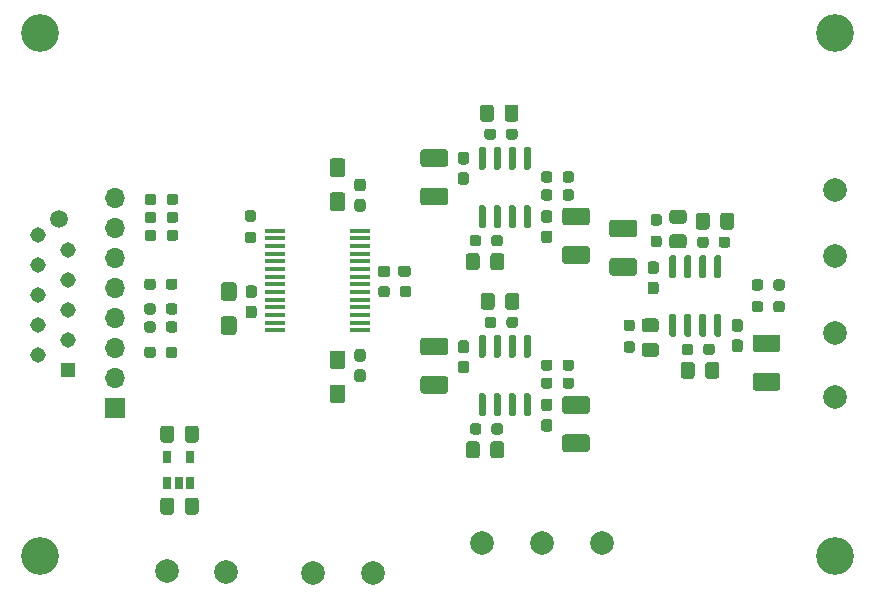
<source format=gbr>
G04 #@! TF.GenerationSoftware,KiCad,Pcbnew,(5.1.10-1-10_14)*
G04 #@! TF.CreationDate,2021-06-07T16:19:42+02:00*
G04 #@! TF.ProjectId,dac-pcm1792a,6461632d-7063-46d3-9137-3932612e6b69,rev?*
G04 #@! TF.SameCoordinates,Original*
G04 #@! TF.FileFunction,Soldermask,Top*
G04 #@! TF.FilePolarity,Negative*
%FSLAX46Y46*%
G04 Gerber Fmt 4.6, Leading zero omitted, Abs format (unit mm)*
G04 Created by KiCad (PCBNEW (5.1.10-1-10_14)) date 2021-06-07 16:19:42*
%MOMM*%
%LPD*%
G01*
G04 APERTURE LIST*
%ADD10C,2.000000*%
%ADD11R,1.750000X0.450000*%
%ADD12O,1.700000X1.700000*%
%ADD13R,1.700000X1.700000*%
%ADD14R,1.308000X1.308000*%
%ADD15C,1.308000*%
%ADD16C,1.500000*%
%ADD17R,0.650000X1.060000*%
%ADD18C,3.200000*%
G04 APERTURE END LIST*
G36*
G01*
X174287000Y-87138500D02*
X174287000Y-87613500D01*
G75*
G02*
X174049500Y-87851000I-237500J0D01*
G01*
X173549500Y-87851000D01*
G75*
G02*
X173312000Y-87613500I0J237500D01*
G01*
X173312000Y-87138500D01*
G75*
G02*
X173549500Y-86901000I237500J0D01*
G01*
X174049500Y-86901000D01*
G75*
G02*
X174287000Y-87138500I0J-237500D01*
G01*
G37*
G36*
G01*
X176112000Y-87138500D02*
X176112000Y-87613500D01*
G75*
G02*
X175874500Y-87851000I-237500J0D01*
G01*
X175374500Y-87851000D01*
G75*
G02*
X175137000Y-87613500I0J237500D01*
G01*
X175137000Y-87138500D01*
G75*
G02*
X175374500Y-86901000I237500J0D01*
G01*
X175874500Y-86901000D01*
G75*
G02*
X176112000Y-87138500I0J-237500D01*
G01*
G37*
G36*
G01*
X174287000Y-88980000D02*
X174287000Y-89455000D01*
G75*
G02*
X174049500Y-89692500I-237500J0D01*
G01*
X173549500Y-89692500D01*
G75*
G02*
X173312000Y-89455000I0J237500D01*
G01*
X173312000Y-88980000D01*
G75*
G02*
X173549500Y-88742500I237500J0D01*
G01*
X174049500Y-88742500D01*
G75*
G02*
X174287000Y-88980000I0J-237500D01*
G01*
G37*
G36*
G01*
X176112000Y-88980000D02*
X176112000Y-89455000D01*
G75*
G02*
X175874500Y-89692500I-237500J0D01*
G01*
X175374500Y-89692500D01*
G75*
G02*
X175137000Y-89455000I0J237500D01*
G01*
X175137000Y-88980000D01*
G75*
G02*
X175374500Y-88742500I237500J0D01*
G01*
X175874500Y-88742500D01*
G75*
G02*
X176112000Y-88980000I0J-237500D01*
G01*
G37*
G36*
G01*
X170518000Y-83994000D02*
X170518000Y-83519000D01*
G75*
G02*
X170755500Y-83281500I237500J0D01*
G01*
X171255500Y-83281500D01*
G75*
G02*
X171493000Y-83519000I0J-237500D01*
G01*
X171493000Y-83994000D01*
G75*
G02*
X171255500Y-84231500I-237500J0D01*
G01*
X170755500Y-84231500D01*
G75*
G02*
X170518000Y-83994000I0J237500D01*
G01*
G37*
G36*
G01*
X168693000Y-83994000D02*
X168693000Y-83519000D01*
G75*
G02*
X168930500Y-83281500I237500J0D01*
G01*
X169430500Y-83281500D01*
G75*
G02*
X169668000Y-83519000I0J-237500D01*
G01*
X169668000Y-83994000D01*
G75*
G02*
X169430500Y-84231500I-237500J0D01*
G01*
X168930500Y-84231500D01*
G75*
G02*
X168693000Y-83994000I0J237500D01*
G01*
G37*
G36*
G01*
X164989500Y-83205500D02*
X165464500Y-83205500D01*
G75*
G02*
X165702000Y-83443000I0J-237500D01*
G01*
X165702000Y-83943000D01*
G75*
G02*
X165464500Y-84180500I-237500J0D01*
G01*
X164989500Y-84180500D01*
G75*
G02*
X164752000Y-83943000I0J237500D01*
G01*
X164752000Y-83443000D01*
G75*
G02*
X164989500Y-83205500I237500J0D01*
G01*
G37*
G36*
G01*
X164989500Y-81380500D02*
X165464500Y-81380500D01*
G75*
G02*
X165702000Y-81618000I0J-237500D01*
G01*
X165702000Y-82118000D01*
G75*
G02*
X165464500Y-82355500I-237500J0D01*
G01*
X164989500Y-82355500D01*
G75*
G02*
X164752000Y-82118000I0J237500D01*
G01*
X164752000Y-81618000D01*
G75*
G02*
X164989500Y-81380500I237500J0D01*
G01*
G37*
G36*
G01*
X169208000Y-93074500D02*
X169208000Y-92599500D01*
G75*
G02*
X169445500Y-92362000I237500J0D01*
G01*
X169945500Y-92362000D01*
G75*
G02*
X170183000Y-92599500I0J-237500D01*
G01*
X170183000Y-93074500D01*
G75*
G02*
X169945500Y-93312000I-237500J0D01*
G01*
X169445500Y-93312000D01*
G75*
G02*
X169208000Y-93074500I0J237500D01*
G01*
G37*
G36*
G01*
X167383000Y-93074500D02*
X167383000Y-92599500D01*
G75*
G02*
X167620500Y-92362000I237500J0D01*
G01*
X168120500Y-92362000D01*
G75*
G02*
X168358000Y-92599500I0J-237500D01*
G01*
X168358000Y-93074500D01*
G75*
G02*
X168120500Y-93312000I-237500J0D01*
G01*
X167620500Y-93312000D01*
G75*
G02*
X167383000Y-93074500I0J237500D01*
G01*
G37*
G36*
G01*
X163178500Y-91292500D02*
X162703500Y-91292500D01*
G75*
G02*
X162466000Y-91055000I0J237500D01*
G01*
X162466000Y-90555000D01*
G75*
G02*
X162703500Y-90317500I237500J0D01*
G01*
X163178500Y-90317500D01*
G75*
G02*
X163416000Y-90555000I0J-237500D01*
G01*
X163416000Y-91055000D01*
G75*
G02*
X163178500Y-91292500I-237500J0D01*
G01*
G37*
G36*
G01*
X163178500Y-93117500D02*
X162703500Y-93117500D01*
G75*
G02*
X162466000Y-92880000I0J237500D01*
G01*
X162466000Y-92380000D01*
G75*
G02*
X162703500Y-92142500I237500J0D01*
G01*
X163178500Y-92142500D01*
G75*
G02*
X163416000Y-92380000I0J-237500D01*
G01*
X163416000Y-92880000D01*
G75*
G02*
X163178500Y-93117500I-237500J0D01*
G01*
G37*
G36*
G01*
X156443500Y-79518500D02*
X156443500Y-79993500D01*
G75*
G02*
X156206000Y-80231000I-237500J0D01*
G01*
X155706000Y-80231000D01*
G75*
G02*
X155468500Y-79993500I0J237500D01*
G01*
X155468500Y-79518500D01*
G75*
G02*
X155706000Y-79281000I237500J0D01*
G01*
X156206000Y-79281000D01*
G75*
G02*
X156443500Y-79518500I0J-237500D01*
G01*
G37*
G36*
G01*
X158268500Y-79518500D02*
X158268500Y-79993500D01*
G75*
G02*
X158031000Y-80231000I-237500J0D01*
G01*
X157531000Y-80231000D01*
G75*
G02*
X157293500Y-79993500I0J237500D01*
G01*
X157293500Y-79518500D01*
G75*
G02*
X157531000Y-79281000I237500J0D01*
G01*
X158031000Y-79281000D01*
G75*
G02*
X158268500Y-79518500I0J-237500D01*
G01*
G37*
G36*
G01*
X156443500Y-77994500D02*
X156443500Y-78469500D01*
G75*
G02*
X156206000Y-78707000I-237500J0D01*
G01*
X155706000Y-78707000D01*
G75*
G02*
X155468500Y-78469500I0J237500D01*
G01*
X155468500Y-77994500D01*
G75*
G02*
X155706000Y-77757000I237500J0D01*
G01*
X156206000Y-77757000D01*
G75*
G02*
X156443500Y-77994500I0J-237500D01*
G01*
G37*
G36*
G01*
X158268500Y-77994500D02*
X158268500Y-78469500D01*
G75*
G02*
X158031000Y-78707000I-237500J0D01*
G01*
X157531000Y-78707000D01*
G75*
G02*
X157293500Y-78469500I0J237500D01*
G01*
X157293500Y-77994500D01*
G75*
G02*
X157531000Y-77757000I237500J0D01*
G01*
X158031000Y-77757000D01*
G75*
G02*
X158268500Y-77994500I0J-237500D01*
G01*
G37*
G36*
G01*
X156443500Y-95457000D02*
X156443500Y-95932000D01*
G75*
G02*
X156206000Y-96169500I-237500J0D01*
G01*
X155706000Y-96169500D01*
G75*
G02*
X155468500Y-95932000I0J237500D01*
G01*
X155468500Y-95457000D01*
G75*
G02*
X155706000Y-95219500I237500J0D01*
G01*
X156206000Y-95219500D01*
G75*
G02*
X156443500Y-95457000I0J-237500D01*
G01*
G37*
G36*
G01*
X158268500Y-95457000D02*
X158268500Y-95932000D01*
G75*
G02*
X158031000Y-96169500I-237500J0D01*
G01*
X157531000Y-96169500D01*
G75*
G02*
X157293500Y-95932000I0J237500D01*
G01*
X157293500Y-95457000D01*
G75*
G02*
X157531000Y-95219500I237500J0D01*
G01*
X158031000Y-95219500D01*
G75*
G02*
X158268500Y-95457000I0J-237500D01*
G01*
G37*
G36*
G01*
X156443500Y-93933000D02*
X156443500Y-94408000D01*
G75*
G02*
X156206000Y-94645500I-237500J0D01*
G01*
X155706000Y-94645500D01*
G75*
G02*
X155468500Y-94408000I0J237500D01*
G01*
X155468500Y-93933000D01*
G75*
G02*
X155706000Y-93695500I237500J0D01*
G01*
X156206000Y-93695500D01*
G75*
G02*
X156443500Y-93933000I0J-237500D01*
G01*
G37*
G36*
G01*
X158268500Y-93933000D02*
X158268500Y-94408000D01*
G75*
G02*
X158031000Y-94645500I-237500J0D01*
G01*
X157531000Y-94645500D01*
G75*
G02*
X157293500Y-94408000I0J237500D01*
G01*
X157293500Y-93933000D01*
G75*
G02*
X157531000Y-93695500I237500J0D01*
G01*
X158031000Y-93695500D01*
G75*
G02*
X158268500Y-93933000I0J-237500D01*
G01*
G37*
G36*
G01*
X151261000Y-83867000D02*
X151261000Y-83392000D01*
G75*
G02*
X151498500Y-83154500I237500J0D01*
G01*
X151998500Y-83154500D01*
G75*
G02*
X152236000Y-83392000I0J-237500D01*
G01*
X152236000Y-83867000D01*
G75*
G02*
X151998500Y-84104500I-237500J0D01*
G01*
X151498500Y-84104500D01*
G75*
G02*
X151261000Y-83867000I0J237500D01*
G01*
G37*
G36*
G01*
X149436000Y-83867000D02*
X149436000Y-83392000D01*
G75*
G02*
X149673500Y-83154500I237500J0D01*
G01*
X150173500Y-83154500D01*
G75*
G02*
X150411000Y-83392000I0J-237500D01*
G01*
X150411000Y-83867000D01*
G75*
G02*
X150173500Y-84104500I-237500J0D01*
G01*
X149673500Y-84104500D01*
G75*
G02*
X149436000Y-83867000I0J237500D01*
G01*
G37*
G36*
G01*
X152507500Y-74850000D02*
X152507500Y-74375000D01*
G75*
G02*
X152745000Y-74137500I237500J0D01*
G01*
X153245000Y-74137500D01*
G75*
G02*
X153482500Y-74375000I0J-237500D01*
G01*
X153482500Y-74850000D01*
G75*
G02*
X153245000Y-75087500I-237500J0D01*
G01*
X152745000Y-75087500D01*
G75*
G02*
X152507500Y-74850000I0J237500D01*
G01*
G37*
G36*
G01*
X150682500Y-74850000D02*
X150682500Y-74375000D01*
G75*
G02*
X150920000Y-74137500I237500J0D01*
G01*
X151420000Y-74137500D01*
G75*
G02*
X151657500Y-74375000I0J-237500D01*
G01*
X151657500Y-74850000D01*
G75*
G02*
X151420000Y-75087500I-237500J0D01*
G01*
X150920000Y-75087500D01*
G75*
G02*
X150682500Y-74850000I0J237500D01*
G01*
G37*
G36*
G01*
X151277500Y-99805500D02*
X151277500Y-99330500D01*
G75*
G02*
X151515000Y-99093000I237500J0D01*
G01*
X152015000Y-99093000D01*
G75*
G02*
X152252500Y-99330500I0J-237500D01*
G01*
X152252500Y-99805500D01*
G75*
G02*
X152015000Y-100043000I-237500J0D01*
G01*
X151515000Y-100043000D01*
G75*
G02*
X151277500Y-99805500I0J237500D01*
G01*
G37*
G36*
G01*
X149452500Y-99805500D02*
X149452500Y-99330500D01*
G75*
G02*
X149690000Y-99093000I237500J0D01*
G01*
X150190000Y-99093000D01*
G75*
G02*
X150427500Y-99330500I0J-237500D01*
G01*
X150427500Y-99805500D01*
G75*
G02*
X150190000Y-100043000I-237500J0D01*
G01*
X149690000Y-100043000D01*
G75*
G02*
X149452500Y-99805500I0J237500D01*
G01*
G37*
G36*
G01*
X152547500Y-90788500D02*
X152547500Y-90313500D01*
G75*
G02*
X152785000Y-90076000I237500J0D01*
G01*
X153285000Y-90076000D01*
G75*
G02*
X153522500Y-90313500I0J-237500D01*
G01*
X153522500Y-90788500D01*
G75*
G02*
X153285000Y-91026000I-237500J0D01*
G01*
X152785000Y-91026000D01*
G75*
G02*
X152547500Y-90788500I0J237500D01*
G01*
G37*
G36*
G01*
X150722500Y-90788500D02*
X150722500Y-90313500D01*
G75*
G02*
X150960000Y-90076000I237500J0D01*
G01*
X151460000Y-90076000D01*
G75*
G02*
X151697500Y-90313500I0J-237500D01*
G01*
X151697500Y-90788500D01*
G75*
G02*
X151460000Y-91026000I-237500J0D01*
G01*
X150960000Y-91026000D01*
G75*
G02*
X150722500Y-90788500I0J237500D01*
G01*
G37*
G36*
G01*
X170651500Y-82453500D02*
X170651500Y-81503500D01*
G75*
G02*
X170901500Y-81253500I250000J0D01*
G01*
X171576500Y-81253500D01*
G75*
G02*
X171826500Y-81503500I0J-250000D01*
G01*
X171826500Y-82453500D01*
G75*
G02*
X171576500Y-82703500I-250000J0D01*
G01*
X170901500Y-82703500D01*
G75*
G02*
X170651500Y-82453500I0J250000D01*
G01*
G37*
G36*
G01*
X168576500Y-82453500D02*
X168576500Y-81503500D01*
G75*
G02*
X168826500Y-81253500I250000J0D01*
G01*
X169501500Y-81253500D01*
G75*
G02*
X169751500Y-81503500I0J-250000D01*
G01*
X169751500Y-82453500D01*
G75*
G02*
X169501500Y-82703500I-250000J0D01*
G01*
X168826500Y-82703500D01*
G75*
G02*
X168576500Y-82453500I0J250000D01*
G01*
G37*
G36*
G01*
X166593500Y-83105500D02*
X167543500Y-83105500D01*
G75*
G02*
X167793500Y-83355500I0J-250000D01*
G01*
X167793500Y-84030500D01*
G75*
G02*
X167543500Y-84280500I-250000J0D01*
G01*
X166593500Y-84280500D01*
G75*
G02*
X166343500Y-84030500I0J250000D01*
G01*
X166343500Y-83355500D01*
G75*
G02*
X166593500Y-83105500I250000J0D01*
G01*
G37*
G36*
G01*
X166593500Y-81030500D02*
X167543500Y-81030500D01*
G75*
G02*
X167793500Y-81280500I0J-250000D01*
G01*
X167793500Y-81955500D01*
G75*
G02*
X167543500Y-82205500I-250000J0D01*
G01*
X166593500Y-82205500D01*
G75*
G02*
X166343500Y-81955500I0J250000D01*
G01*
X166343500Y-81280500D01*
G75*
G02*
X166593500Y-81030500I250000J0D01*
G01*
G37*
G36*
G01*
X169381500Y-95090000D02*
X169381500Y-94140000D01*
G75*
G02*
X169631500Y-93890000I250000J0D01*
G01*
X170306500Y-93890000D01*
G75*
G02*
X170556500Y-94140000I0J-250000D01*
G01*
X170556500Y-95090000D01*
G75*
G02*
X170306500Y-95340000I-250000J0D01*
G01*
X169631500Y-95340000D01*
G75*
G02*
X169381500Y-95090000I0J250000D01*
G01*
G37*
G36*
G01*
X167306500Y-95090000D02*
X167306500Y-94140000D01*
G75*
G02*
X167556500Y-93890000I250000J0D01*
G01*
X168231500Y-93890000D01*
G75*
G02*
X168481500Y-94140000I0J-250000D01*
G01*
X168481500Y-95090000D01*
G75*
G02*
X168231500Y-95340000I-250000J0D01*
G01*
X167556500Y-95340000D01*
G75*
G02*
X167306500Y-95090000I0J250000D01*
G01*
G37*
G36*
G01*
X165194000Y-91392500D02*
X164244000Y-91392500D01*
G75*
G02*
X163994000Y-91142500I0J250000D01*
G01*
X163994000Y-90467500D01*
G75*
G02*
X164244000Y-90217500I250000J0D01*
G01*
X165194000Y-90217500D01*
G75*
G02*
X165444000Y-90467500I0J-250000D01*
G01*
X165444000Y-91142500D01*
G75*
G02*
X165194000Y-91392500I-250000J0D01*
G01*
G37*
G36*
G01*
X165194000Y-93467500D02*
X164244000Y-93467500D01*
G75*
G02*
X163994000Y-93217500I0J250000D01*
G01*
X163994000Y-92542500D01*
G75*
G02*
X164244000Y-92292500I250000J0D01*
G01*
X165194000Y-92292500D01*
G75*
G02*
X165444000Y-92542500I0J-250000D01*
G01*
X165444000Y-93217500D01*
G75*
G02*
X165194000Y-93467500I-250000J0D01*
G01*
G37*
D10*
X141287500Y-111760000D03*
G36*
G01*
X170284000Y-89828500D02*
X170584000Y-89828500D01*
G75*
G02*
X170734000Y-89978500I0J-150000D01*
G01*
X170734000Y-91628500D01*
G75*
G02*
X170584000Y-91778500I-150000J0D01*
G01*
X170284000Y-91778500D01*
G75*
G02*
X170134000Y-91628500I0J150000D01*
G01*
X170134000Y-89978500D01*
G75*
G02*
X170284000Y-89828500I150000J0D01*
G01*
G37*
G36*
G01*
X169014000Y-89828500D02*
X169314000Y-89828500D01*
G75*
G02*
X169464000Y-89978500I0J-150000D01*
G01*
X169464000Y-91628500D01*
G75*
G02*
X169314000Y-91778500I-150000J0D01*
G01*
X169014000Y-91778500D01*
G75*
G02*
X168864000Y-91628500I0J150000D01*
G01*
X168864000Y-89978500D01*
G75*
G02*
X169014000Y-89828500I150000J0D01*
G01*
G37*
G36*
G01*
X167744000Y-89828500D02*
X168044000Y-89828500D01*
G75*
G02*
X168194000Y-89978500I0J-150000D01*
G01*
X168194000Y-91628500D01*
G75*
G02*
X168044000Y-91778500I-150000J0D01*
G01*
X167744000Y-91778500D01*
G75*
G02*
X167594000Y-91628500I0J150000D01*
G01*
X167594000Y-89978500D01*
G75*
G02*
X167744000Y-89828500I150000J0D01*
G01*
G37*
G36*
G01*
X166474000Y-89828500D02*
X166774000Y-89828500D01*
G75*
G02*
X166924000Y-89978500I0J-150000D01*
G01*
X166924000Y-91628500D01*
G75*
G02*
X166774000Y-91778500I-150000J0D01*
G01*
X166474000Y-91778500D01*
G75*
G02*
X166324000Y-91628500I0J150000D01*
G01*
X166324000Y-89978500D01*
G75*
G02*
X166474000Y-89828500I150000J0D01*
G01*
G37*
G36*
G01*
X166474000Y-84878500D02*
X166774000Y-84878500D01*
G75*
G02*
X166924000Y-85028500I0J-150000D01*
G01*
X166924000Y-86678500D01*
G75*
G02*
X166774000Y-86828500I-150000J0D01*
G01*
X166474000Y-86828500D01*
G75*
G02*
X166324000Y-86678500I0J150000D01*
G01*
X166324000Y-85028500D01*
G75*
G02*
X166474000Y-84878500I150000J0D01*
G01*
G37*
G36*
G01*
X167744000Y-84878500D02*
X168044000Y-84878500D01*
G75*
G02*
X168194000Y-85028500I0J-150000D01*
G01*
X168194000Y-86678500D01*
G75*
G02*
X168044000Y-86828500I-150000J0D01*
G01*
X167744000Y-86828500D01*
G75*
G02*
X167594000Y-86678500I0J150000D01*
G01*
X167594000Y-85028500D01*
G75*
G02*
X167744000Y-84878500I150000J0D01*
G01*
G37*
G36*
G01*
X169014000Y-84878500D02*
X169314000Y-84878500D01*
G75*
G02*
X169464000Y-85028500I0J-150000D01*
G01*
X169464000Y-86678500D01*
G75*
G02*
X169314000Y-86828500I-150000J0D01*
G01*
X169014000Y-86828500D01*
G75*
G02*
X168864000Y-86678500I0J150000D01*
G01*
X168864000Y-85028500D01*
G75*
G02*
X169014000Y-84878500I150000J0D01*
G01*
G37*
G36*
G01*
X170284000Y-84878500D02*
X170584000Y-84878500D01*
G75*
G02*
X170734000Y-85028500I0J-150000D01*
G01*
X170734000Y-86678500D01*
G75*
G02*
X170584000Y-86828500I-150000J0D01*
G01*
X170284000Y-86828500D01*
G75*
G02*
X170134000Y-86678500I0J150000D01*
G01*
X170134000Y-85028500D01*
G75*
G02*
X170284000Y-84878500I150000J0D01*
G01*
G37*
G36*
G01*
X150645000Y-93559500D02*
X150345000Y-93559500D01*
G75*
G02*
X150195000Y-93409500I0J150000D01*
G01*
X150195000Y-91759500D01*
G75*
G02*
X150345000Y-91609500I150000J0D01*
G01*
X150645000Y-91609500D01*
G75*
G02*
X150795000Y-91759500I0J-150000D01*
G01*
X150795000Y-93409500D01*
G75*
G02*
X150645000Y-93559500I-150000J0D01*
G01*
G37*
G36*
G01*
X151915000Y-93559500D02*
X151615000Y-93559500D01*
G75*
G02*
X151465000Y-93409500I0J150000D01*
G01*
X151465000Y-91759500D01*
G75*
G02*
X151615000Y-91609500I150000J0D01*
G01*
X151915000Y-91609500D01*
G75*
G02*
X152065000Y-91759500I0J-150000D01*
G01*
X152065000Y-93409500D01*
G75*
G02*
X151915000Y-93559500I-150000J0D01*
G01*
G37*
G36*
G01*
X153185000Y-93559500D02*
X152885000Y-93559500D01*
G75*
G02*
X152735000Y-93409500I0J150000D01*
G01*
X152735000Y-91759500D01*
G75*
G02*
X152885000Y-91609500I150000J0D01*
G01*
X153185000Y-91609500D01*
G75*
G02*
X153335000Y-91759500I0J-150000D01*
G01*
X153335000Y-93409500D01*
G75*
G02*
X153185000Y-93559500I-150000J0D01*
G01*
G37*
G36*
G01*
X154455000Y-93559500D02*
X154155000Y-93559500D01*
G75*
G02*
X154005000Y-93409500I0J150000D01*
G01*
X154005000Y-91759500D01*
G75*
G02*
X154155000Y-91609500I150000J0D01*
G01*
X154455000Y-91609500D01*
G75*
G02*
X154605000Y-91759500I0J-150000D01*
G01*
X154605000Y-93409500D01*
G75*
G02*
X154455000Y-93559500I-150000J0D01*
G01*
G37*
G36*
G01*
X154455000Y-98509500D02*
X154155000Y-98509500D01*
G75*
G02*
X154005000Y-98359500I0J150000D01*
G01*
X154005000Y-96709500D01*
G75*
G02*
X154155000Y-96559500I150000J0D01*
G01*
X154455000Y-96559500D01*
G75*
G02*
X154605000Y-96709500I0J-150000D01*
G01*
X154605000Y-98359500D01*
G75*
G02*
X154455000Y-98509500I-150000J0D01*
G01*
G37*
G36*
G01*
X153185000Y-98509500D02*
X152885000Y-98509500D01*
G75*
G02*
X152735000Y-98359500I0J150000D01*
G01*
X152735000Y-96709500D01*
G75*
G02*
X152885000Y-96559500I150000J0D01*
G01*
X153185000Y-96559500D01*
G75*
G02*
X153335000Y-96709500I0J-150000D01*
G01*
X153335000Y-98359500D01*
G75*
G02*
X153185000Y-98509500I-150000J0D01*
G01*
G37*
G36*
G01*
X151915000Y-98509500D02*
X151615000Y-98509500D01*
G75*
G02*
X151465000Y-98359500I0J150000D01*
G01*
X151465000Y-96709500D01*
G75*
G02*
X151615000Y-96559500I150000J0D01*
G01*
X151915000Y-96559500D01*
G75*
G02*
X152065000Y-96709500I0J-150000D01*
G01*
X152065000Y-98359500D01*
G75*
G02*
X151915000Y-98509500I-150000J0D01*
G01*
G37*
G36*
G01*
X150645000Y-98509500D02*
X150345000Y-98509500D01*
G75*
G02*
X150195000Y-98359500I0J150000D01*
G01*
X150195000Y-96709500D01*
G75*
G02*
X150345000Y-96559500I150000J0D01*
G01*
X150645000Y-96559500D01*
G75*
G02*
X150795000Y-96709500I0J-150000D01*
G01*
X150795000Y-98359500D01*
G75*
G02*
X150645000Y-98509500I-150000J0D01*
G01*
G37*
D11*
X140125000Y-82770000D03*
X140125000Y-83420000D03*
X140125000Y-84070000D03*
X140125000Y-84720000D03*
X140125000Y-85370000D03*
X140125000Y-86020000D03*
X140125000Y-86670000D03*
X140125000Y-87320000D03*
X140125000Y-87970000D03*
X140125000Y-88620000D03*
X140125000Y-89270000D03*
X140125000Y-89920000D03*
X140125000Y-90570000D03*
X140125000Y-91220000D03*
X132925000Y-91220000D03*
X132925000Y-90570000D03*
X132925000Y-89920000D03*
X132925000Y-89270000D03*
X132925000Y-88620000D03*
X132925000Y-87970000D03*
X132925000Y-87320000D03*
X132925000Y-86670000D03*
X132925000Y-86020000D03*
X132925000Y-85370000D03*
X132925000Y-84720000D03*
X132925000Y-84070000D03*
X132925000Y-83420000D03*
X132925000Y-82770000D03*
G36*
G01*
X122915500Y-82947500D02*
X122915500Y-83422500D01*
G75*
G02*
X122678000Y-83660000I-237500J0D01*
G01*
X122178000Y-83660000D01*
G75*
G02*
X121940500Y-83422500I0J237500D01*
G01*
X121940500Y-82947500D01*
G75*
G02*
X122178000Y-82710000I237500J0D01*
G01*
X122678000Y-82710000D01*
G75*
G02*
X122915500Y-82947500I0J-237500D01*
G01*
G37*
G36*
G01*
X124740500Y-82947500D02*
X124740500Y-83422500D01*
G75*
G02*
X124503000Y-83660000I-237500J0D01*
G01*
X124003000Y-83660000D01*
G75*
G02*
X123765500Y-83422500I0J237500D01*
G01*
X123765500Y-82947500D01*
G75*
G02*
X124003000Y-82710000I237500J0D01*
G01*
X124503000Y-82710000D01*
G75*
G02*
X124740500Y-82947500I0J-237500D01*
G01*
G37*
G36*
G01*
X122915500Y-81423500D02*
X122915500Y-81898500D01*
G75*
G02*
X122678000Y-82136000I-237500J0D01*
G01*
X122178000Y-82136000D01*
G75*
G02*
X121940500Y-81898500I0J237500D01*
G01*
X121940500Y-81423500D01*
G75*
G02*
X122178000Y-81186000I237500J0D01*
G01*
X122678000Y-81186000D01*
G75*
G02*
X122915500Y-81423500I0J-237500D01*
G01*
G37*
G36*
G01*
X124740500Y-81423500D02*
X124740500Y-81898500D01*
G75*
G02*
X124503000Y-82136000I-237500J0D01*
G01*
X124003000Y-82136000D01*
G75*
G02*
X123765500Y-81898500I0J237500D01*
G01*
X123765500Y-81423500D01*
G75*
G02*
X124003000Y-81186000I237500J0D01*
G01*
X124503000Y-81186000D01*
G75*
G02*
X124740500Y-81423500I0J-237500D01*
G01*
G37*
G36*
G01*
X122915500Y-79899500D02*
X122915500Y-80374500D01*
G75*
G02*
X122678000Y-80612000I-237500J0D01*
G01*
X122178000Y-80612000D01*
G75*
G02*
X121940500Y-80374500I0J237500D01*
G01*
X121940500Y-79899500D01*
G75*
G02*
X122178000Y-79662000I237500J0D01*
G01*
X122678000Y-79662000D01*
G75*
G02*
X122915500Y-79899500I0J-237500D01*
G01*
G37*
G36*
G01*
X124740500Y-79899500D02*
X124740500Y-80374500D01*
G75*
G02*
X124503000Y-80612000I-237500J0D01*
G01*
X124003000Y-80612000D01*
G75*
G02*
X123765500Y-80374500I0J237500D01*
G01*
X123765500Y-79899500D01*
G75*
G02*
X124003000Y-79662000I237500J0D01*
G01*
X124503000Y-79662000D01*
G75*
G02*
X124740500Y-79899500I0J-237500D01*
G01*
G37*
G36*
G01*
X142664000Y-87710000D02*
X142664000Y-88185000D01*
G75*
G02*
X142426500Y-88422500I-237500J0D01*
G01*
X141926500Y-88422500D01*
G75*
G02*
X141689000Y-88185000I0J237500D01*
G01*
X141689000Y-87710000D01*
G75*
G02*
X141926500Y-87472500I237500J0D01*
G01*
X142426500Y-87472500D01*
G75*
G02*
X142664000Y-87710000I0J-237500D01*
G01*
G37*
G36*
G01*
X144489000Y-87710000D02*
X144489000Y-88185000D01*
G75*
G02*
X144251500Y-88422500I-237500J0D01*
G01*
X143751500Y-88422500D01*
G75*
G02*
X143514000Y-88185000I0J237500D01*
G01*
X143514000Y-87710000D01*
G75*
G02*
X143751500Y-87472500I237500J0D01*
G01*
X144251500Y-87472500D01*
G75*
G02*
X144489000Y-87710000I0J-237500D01*
G01*
G37*
G36*
G01*
X130636000Y-82871500D02*
X131111000Y-82871500D01*
G75*
G02*
X131348500Y-83109000I0J-237500D01*
G01*
X131348500Y-83609000D01*
G75*
G02*
X131111000Y-83846500I-237500J0D01*
G01*
X130636000Y-83846500D01*
G75*
G02*
X130398500Y-83609000I0J237500D01*
G01*
X130398500Y-83109000D01*
G75*
G02*
X130636000Y-82871500I237500J0D01*
G01*
G37*
G36*
G01*
X130636000Y-81046500D02*
X131111000Y-81046500D01*
G75*
G02*
X131348500Y-81284000I0J-237500D01*
G01*
X131348500Y-81784000D01*
G75*
G02*
X131111000Y-82021500I-237500J0D01*
G01*
X130636000Y-82021500D01*
G75*
G02*
X130398500Y-81784000I0J237500D01*
G01*
X130398500Y-81284000D01*
G75*
G02*
X130636000Y-81046500I237500J0D01*
G01*
G37*
D10*
X180340000Y-96837500D03*
X180340000Y-91440000D03*
D12*
X119380000Y-80010000D03*
X119380000Y-82550000D03*
X119380000Y-85090000D03*
X119380000Y-87630000D03*
X119380000Y-90170000D03*
X119380000Y-92710000D03*
X119380000Y-95250000D03*
D13*
X119380000Y-97790000D03*
G36*
G01*
X156193500Y-98073500D02*
X155718500Y-98073500D01*
G75*
G02*
X155481000Y-97836000I0J237500D01*
G01*
X155481000Y-97236000D01*
G75*
G02*
X155718500Y-96998500I237500J0D01*
G01*
X156193500Y-96998500D01*
G75*
G02*
X156431000Y-97236000I0J-237500D01*
G01*
X156431000Y-97836000D01*
G75*
G02*
X156193500Y-98073500I-237500J0D01*
G01*
G37*
G36*
G01*
X156193500Y-99798500D02*
X155718500Y-99798500D01*
G75*
G02*
X155481000Y-99561000I0J237500D01*
G01*
X155481000Y-98961000D01*
G75*
G02*
X155718500Y-98723500I237500J0D01*
G01*
X156193500Y-98723500D01*
G75*
G02*
X156431000Y-98961000I0J-237500D01*
G01*
X156431000Y-99561000D01*
G75*
G02*
X156193500Y-99798500I-237500J0D01*
G01*
G37*
G36*
G01*
X148670000Y-93797000D02*
X149145000Y-93797000D01*
G75*
G02*
X149382500Y-94034500I0J-237500D01*
G01*
X149382500Y-94634500D01*
G75*
G02*
X149145000Y-94872000I-237500J0D01*
G01*
X148670000Y-94872000D01*
G75*
G02*
X148432500Y-94634500I0J237500D01*
G01*
X148432500Y-94034500D01*
G75*
G02*
X148670000Y-93797000I237500J0D01*
G01*
G37*
G36*
G01*
X148670000Y-92072000D02*
X149145000Y-92072000D01*
G75*
G02*
X149382500Y-92309500I0J-237500D01*
G01*
X149382500Y-92909500D01*
G75*
G02*
X149145000Y-93147000I-237500J0D01*
G01*
X148670000Y-93147000D01*
G75*
G02*
X148432500Y-92909500I0J237500D01*
G01*
X148432500Y-92309500D01*
G75*
G02*
X148670000Y-92072000I237500J0D01*
G01*
G37*
G36*
G01*
X159357500Y-98286000D02*
X157507500Y-98286000D01*
G75*
G02*
X157257500Y-98036000I0J250000D01*
G01*
X157257500Y-97036000D01*
G75*
G02*
X157507500Y-96786000I250000J0D01*
G01*
X159357500Y-96786000D01*
G75*
G02*
X159607500Y-97036000I0J-250000D01*
G01*
X159607500Y-98036000D01*
G75*
G02*
X159357500Y-98286000I-250000J0D01*
G01*
G37*
G36*
G01*
X159357500Y-101536000D02*
X157507500Y-101536000D01*
G75*
G02*
X157257500Y-101286000I0J250000D01*
G01*
X157257500Y-100286000D01*
G75*
G02*
X157507500Y-100036000I250000J0D01*
G01*
X159357500Y-100036000D01*
G75*
G02*
X159607500Y-100286000I0J-250000D01*
G01*
X159607500Y-101286000D01*
G75*
G02*
X159357500Y-101536000I-250000J0D01*
G01*
G37*
G36*
G01*
X145506000Y-95083000D02*
X147356000Y-95083000D01*
G75*
G02*
X147606000Y-95333000I0J-250000D01*
G01*
X147606000Y-96333000D01*
G75*
G02*
X147356000Y-96583000I-250000J0D01*
G01*
X145506000Y-96583000D01*
G75*
G02*
X145256000Y-96333000I0J250000D01*
G01*
X145256000Y-95333000D01*
G75*
G02*
X145506000Y-95083000I250000J0D01*
G01*
G37*
G36*
G01*
X145506000Y-91833000D02*
X147356000Y-91833000D01*
G75*
G02*
X147606000Y-92083000I0J-250000D01*
G01*
X147606000Y-93083000D01*
G75*
G02*
X147356000Y-93333000I-250000J0D01*
G01*
X145506000Y-93333000D01*
G75*
G02*
X145256000Y-93083000I0J250000D01*
G01*
X145256000Y-92083000D01*
G75*
G02*
X145506000Y-91833000I250000J0D01*
G01*
G37*
G36*
G01*
X151177500Y-85882500D02*
X151177500Y-84932500D01*
G75*
G02*
X151427500Y-84682500I250000J0D01*
G01*
X152102500Y-84682500D01*
G75*
G02*
X152352500Y-84932500I0J-250000D01*
G01*
X152352500Y-85882500D01*
G75*
G02*
X152102500Y-86132500I-250000J0D01*
G01*
X151427500Y-86132500D01*
G75*
G02*
X151177500Y-85882500I0J250000D01*
G01*
G37*
G36*
G01*
X149102500Y-85882500D02*
X149102500Y-84932500D01*
G75*
G02*
X149352500Y-84682500I250000J0D01*
G01*
X150027500Y-84682500D01*
G75*
G02*
X150277500Y-84932500I0J-250000D01*
G01*
X150277500Y-85882500D01*
G75*
G02*
X150027500Y-86132500I-250000J0D01*
G01*
X149352500Y-86132500D01*
G75*
G02*
X149102500Y-85882500I0J250000D01*
G01*
G37*
G36*
G01*
X152384000Y-73309500D02*
X152384000Y-72359500D01*
G75*
G02*
X152634000Y-72109500I250000J0D01*
G01*
X153309000Y-72109500D01*
G75*
G02*
X153559000Y-72359500I0J-250000D01*
G01*
X153559000Y-73309500D01*
G75*
G02*
X153309000Y-73559500I-250000J0D01*
G01*
X152634000Y-73559500D01*
G75*
G02*
X152384000Y-73309500I0J250000D01*
G01*
G37*
G36*
G01*
X150309000Y-73309500D02*
X150309000Y-72359500D01*
G75*
G02*
X150559000Y-72109500I250000J0D01*
G01*
X151234000Y-72109500D01*
G75*
G02*
X151484000Y-72359500I0J-250000D01*
G01*
X151484000Y-73309500D01*
G75*
G02*
X151234000Y-73559500I-250000J0D01*
G01*
X150559000Y-73559500D01*
G75*
G02*
X150309000Y-73309500I0J250000D01*
G01*
G37*
G36*
G01*
X151177500Y-101821000D02*
X151177500Y-100871000D01*
G75*
G02*
X151427500Y-100621000I250000J0D01*
G01*
X152102500Y-100621000D01*
G75*
G02*
X152352500Y-100871000I0J-250000D01*
G01*
X152352500Y-101821000D01*
G75*
G02*
X152102500Y-102071000I-250000J0D01*
G01*
X151427500Y-102071000D01*
G75*
G02*
X151177500Y-101821000I0J250000D01*
G01*
G37*
G36*
G01*
X149102500Y-101821000D02*
X149102500Y-100871000D01*
G75*
G02*
X149352500Y-100621000I250000J0D01*
G01*
X150027500Y-100621000D01*
G75*
G02*
X150277500Y-100871000I0J-250000D01*
G01*
X150277500Y-101821000D01*
G75*
G02*
X150027500Y-102071000I-250000J0D01*
G01*
X149352500Y-102071000D01*
G75*
G02*
X149102500Y-101821000I0J250000D01*
G01*
G37*
G36*
G01*
X152447500Y-89248000D02*
X152447500Y-88298000D01*
G75*
G02*
X152697500Y-88048000I250000J0D01*
G01*
X153372500Y-88048000D01*
G75*
G02*
X153622500Y-88298000I0J-250000D01*
G01*
X153622500Y-89248000D01*
G75*
G02*
X153372500Y-89498000I-250000J0D01*
G01*
X152697500Y-89498000D01*
G75*
G02*
X152447500Y-89248000I0J250000D01*
G01*
G37*
G36*
G01*
X150372500Y-89248000D02*
X150372500Y-88298000D01*
G75*
G02*
X150622500Y-88048000I250000J0D01*
G01*
X151297500Y-88048000D01*
G75*
G02*
X151547500Y-88298000I0J-250000D01*
G01*
X151547500Y-89248000D01*
G75*
G02*
X151297500Y-89498000I-250000J0D01*
G01*
X150622500Y-89498000D01*
G75*
G02*
X150372500Y-89248000I0J250000D01*
G01*
G37*
G36*
G01*
X137814499Y-95813500D02*
X138664501Y-95813500D01*
G75*
G02*
X138914500Y-96063499I0J-249999D01*
G01*
X138914500Y-97138501D01*
G75*
G02*
X138664501Y-97388500I-249999J0D01*
G01*
X137814499Y-97388500D01*
G75*
G02*
X137564500Y-97138501I0J249999D01*
G01*
X137564500Y-96063499D01*
G75*
G02*
X137814499Y-95813500I249999J0D01*
G01*
G37*
G36*
G01*
X137814499Y-92938500D02*
X138664501Y-92938500D01*
G75*
G02*
X138914500Y-93188499I0J-249999D01*
G01*
X138914500Y-94263501D01*
G75*
G02*
X138664501Y-94513500I-249999J0D01*
G01*
X137814499Y-94513500D01*
G75*
G02*
X137564500Y-94263501I0J249999D01*
G01*
X137564500Y-93188499D01*
G75*
G02*
X137814499Y-92938500I249999J0D01*
G01*
G37*
G36*
G01*
X138664501Y-78240000D02*
X137814499Y-78240000D01*
G75*
G02*
X137564500Y-77990001I0J249999D01*
G01*
X137564500Y-76914999D01*
G75*
G02*
X137814499Y-76665000I249999J0D01*
G01*
X138664501Y-76665000D01*
G75*
G02*
X138914500Y-76914999I0J-249999D01*
G01*
X138914500Y-77990001D01*
G75*
G02*
X138664501Y-78240000I-249999J0D01*
G01*
G37*
G36*
G01*
X138664501Y-81115000D02*
X137814499Y-81115000D01*
G75*
G02*
X137564500Y-80865001I0J249999D01*
G01*
X137564500Y-79789999D01*
G75*
G02*
X137814499Y-79540000I249999J0D01*
G01*
X138664501Y-79540000D01*
G75*
G02*
X138914500Y-79789999I0J-249999D01*
G01*
X138914500Y-80865001D01*
G75*
G02*
X138664501Y-81115000I-249999J0D01*
G01*
G37*
G36*
G01*
X139907000Y-94532500D02*
X140382000Y-94532500D01*
G75*
G02*
X140619500Y-94770000I0J-237500D01*
G01*
X140619500Y-95370000D01*
G75*
G02*
X140382000Y-95607500I-237500J0D01*
G01*
X139907000Y-95607500D01*
G75*
G02*
X139669500Y-95370000I0J237500D01*
G01*
X139669500Y-94770000D01*
G75*
G02*
X139907000Y-94532500I237500J0D01*
G01*
G37*
G36*
G01*
X139907000Y-92807500D02*
X140382000Y-92807500D01*
G75*
G02*
X140619500Y-93045000I0J-237500D01*
G01*
X140619500Y-93645000D01*
G75*
G02*
X140382000Y-93882500I-237500J0D01*
G01*
X139907000Y-93882500D01*
G75*
G02*
X139669500Y-93645000I0J237500D01*
G01*
X139669500Y-93045000D01*
G75*
G02*
X139907000Y-92807500I237500J0D01*
G01*
G37*
G36*
G01*
X140382000Y-79457500D02*
X139907000Y-79457500D01*
G75*
G02*
X139669500Y-79220000I0J237500D01*
G01*
X139669500Y-78620000D01*
G75*
G02*
X139907000Y-78382500I237500J0D01*
G01*
X140382000Y-78382500D01*
G75*
G02*
X140619500Y-78620000I0J-237500D01*
G01*
X140619500Y-79220000D01*
G75*
G02*
X140382000Y-79457500I-237500J0D01*
G01*
G37*
G36*
G01*
X140382000Y-81182500D02*
X139907000Y-81182500D01*
G75*
G02*
X139669500Y-80945000I0J237500D01*
G01*
X139669500Y-80345000D01*
G75*
G02*
X139907000Y-80107500I237500J0D01*
G01*
X140382000Y-80107500D01*
G75*
G02*
X140619500Y-80345000I0J-237500D01*
G01*
X140619500Y-80945000D01*
G75*
G02*
X140382000Y-81182500I-237500J0D01*
G01*
G37*
G36*
G01*
X130699500Y-89135000D02*
X131174500Y-89135000D01*
G75*
G02*
X131412000Y-89372500I0J-237500D01*
G01*
X131412000Y-89972500D01*
G75*
G02*
X131174500Y-90210000I-237500J0D01*
G01*
X130699500Y-90210000D01*
G75*
G02*
X130462000Y-89972500I0J237500D01*
G01*
X130462000Y-89372500D01*
G75*
G02*
X130699500Y-89135000I237500J0D01*
G01*
G37*
G36*
G01*
X130699500Y-87410000D02*
X131174500Y-87410000D01*
G75*
G02*
X131412000Y-87647500I0J-237500D01*
G01*
X131412000Y-88247500D01*
G75*
G02*
X131174500Y-88485000I-237500J0D01*
G01*
X130699500Y-88485000D01*
G75*
G02*
X130462000Y-88247500I0J237500D01*
G01*
X130462000Y-87647500D01*
G75*
G02*
X130699500Y-87410000I237500J0D01*
G01*
G37*
G36*
G01*
X143364000Y-86470500D02*
X143364000Y-85995500D01*
G75*
G02*
X143601500Y-85758000I237500J0D01*
G01*
X144201500Y-85758000D01*
G75*
G02*
X144439000Y-85995500I0J-237500D01*
G01*
X144439000Y-86470500D01*
G75*
G02*
X144201500Y-86708000I-237500J0D01*
G01*
X143601500Y-86708000D01*
G75*
G02*
X143364000Y-86470500I0J237500D01*
G01*
G37*
G36*
G01*
X141639000Y-86470500D02*
X141639000Y-85995500D01*
G75*
G02*
X141876500Y-85758000I237500J0D01*
G01*
X142476500Y-85758000D01*
G75*
G02*
X142714000Y-85995500I0J-237500D01*
G01*
X142714000Y-86470500D01*
G75*
G02*
X142476500Y-86708000I-237500J0D01*
G01*
X141876500Y-86708000D01*
G75*
G02*
X141639000Y-86470500I0J237500D01*
G01*
G37*
G36*
G01*
X128606999Y-90035000D02*
X129457001Y-90035000D01*
G75*
G02*
X129707000Y-90284999I0J-249999D01*
G01*
X129707000Y-91360001D01*
G75*
G02*
X129457001Y-91610000I-249999J0D01*
G01*
X128606999Y-91610000D01*
G75*
G02*
X128357000Y-91360001I0J249999D01*
G01*
X128357000Y-90284999D01*
G75*
G02*
X128606999Y-90035000I249999J0D01*
G01*
G37*
G36*
G01*
X128606999Y-87160000D02*
X129457001Y-87160000D01*
G75*
G02*
X129707000Y-87409999I0J-249999D01*
G01*
X129707000Y-88485001D01*
G75*
G02*
X129457001Y-88735000I-249999J0D01*
G01*
X128606999Y-88735000D01*
G75*
G02*
X128357000Y-88485001I0J249999D01*
G01*
X128357000Y-87409999D01*
G75*
G02*
X128606999Y-87160000I249999J0D01*
G01*
G37*
D14*
X115421000Y-94615000D03*
D15*
X112881000Y-93345000D03*
X115421000Y-92075000D03*
X112881000Y-90805000D03*
X115421000Y-89535000D03*
X112881000Y-88265000D03*
X115421000Y-86995000D03*
X112881000Y-85725000D03*
X115421000Y-84455000D03*
X112881000Y-83185000D03*
D16*
X114681000Y-81785000D03*
G36*
G01*
X150645000Y-77622500D02*
X150345000Y-77622500D01*
G75*
G02*
X150195000Y-77472500I0J150000D01*
G01*
X150195000Y-75822500D01*
G75*
G02*
X150345000Y-75672500I150000J0D01*
G01*
X150645000Y-75672500D01*
G75*
G02*
X150795000Y-75822500I0J-150000D01*
G01*
X150795000Y-77472500D01*
G75*
G02*
X150645000Y-77622500I-150000J0D01*
G01*
G37*
G36*
G01*
X151915000Y-77622500D02*
X151615000Y-77622500D01*
G75*
G02*
X151465000Y-77472500I0J150000D01*
G01*
X151465000Y-75822500D01*
G75*
G02*
X151615000Y-75672500I150000J0D01*
G01*
X151915000Y-75672500D01*
G75*
G02*
X152065000Y-75822500I0J-150000D01*
G01*
X152065000Y-77472500D01*
G75*
G02*
X151915000Y-77622500I-150000J0D01*
G01*
G37*
G36*
G01*
X153185000Y-77622500D02*
X152885000Y-77622500D01*
G75*
G02*
X152735000Y-77472500I0J150000D01*
G01*
X152735000Y-75822500D01*
G75*
G02*
X152885000Y-75672500I150000J0D01*
G01*
X153185000Y-75672500D01*
G75*
G02*
X153335000Y-75822500I0J-150000D01*
G01*
X153335000Y-77472500D01*
G75*
G02*
X153185000Y-77622500I-150000J0D01*
G01*
G37*
G36*
G01*
X154455000Y-77622500D02*
X154155000Y-77622500D01*
G75*
G02*
X154005000Y-77472500I0J150000D01*
G01*
X154005000Y-75822500D01*
G75*
G02*
X154155000Y-75672500I150000J0D01*
G01*
X154455000Y-75672500D01*
G75*
G02*
X154605000Y-75822500I0J-150000D01*
G01*
X154605000Y-77472500D01*
G75*
G02*
X154455000Y-77622500I-150000J0D01*
G01*
G37*
G36*
G01*
X154455000Y-82572500D02*
X154155000Y-82572500D01*
G75*
G02*
X154005000Y-82422500I0J150000D01*
G01*
X154005000Y-80772500D01*
G75*
G02*
X154155000Y-80622500I150000J0D01*
G01*
X154455000Y-80622500D01*
G75*
G02*
X154605000Y-80772500I0J-150000D01*
G01*
X154605000Y-82422500D01*
G75*
G02*
X154455000Y-82572500I-150000J0D01*
G01*
G37*
G36*
G01*
X153185000Y-82572500D02*
X152885000Y-82572500D01*
G75*
G02*
X152735000Y-82422500I0J150000D01*
G01*
X152735000Y-80772500D01*
G75*
G02*
X152885000Y-80622500I150000J0D01*
G01*
X153185000Y-80622500D01*
G75*
G02*
X153335000Y-80772500I0J-150000D01*
G01*
X153335000Y-82422500D01*
G75*
G02*
X153185000Y-82572500I-150000J0D01*
G01*
G37*
G36*
G01*
X151915000Y-82572500D02*
X151615000Y-82572500D01*
G75*
G02*
X151465000Y-82422500I0J150000D01*
G01*
X151465000Y-80772500D01*
G75*
G02*
X151615000Y-80622500I150000J0D01*
G01*
X151915000Y-80622500D01*
G75*
G02*
X152065000Y-80772500I0J-150000D01*
G01*
X152065000Y-82422500D01*
G75*
G02*
X151915000Y-82572500I-150000J0D01*
G01*
G37*
G36*
G01*
X150645000Y-82572500D02*
X150345000Y-82572500D01*
G75*
G02*
X150195000Y-82422500I0J150000D01*
G01*
X150195000Y-80772500D01*
G75*
G02*
X150345000Y-80622500I150000J0D01*
G01*
X150645000Y-80622500D01*
G75*
G02*
X150795000Y-80772500I0J-150000D01*
G01*
X150795000Y-82422500D01*
G75*
G02*
X150645000Y-82572500I-150000J0D01*
G01*
G37*
G36*
G01*
X156193500Y-82124500D02*
X155718500Y-82124500D01*
G75*
G02*
X155481000Y-81887000I0J237500D01*
G01*
X155481000Y-81287000D01*
G75*
G02*
X155718500Y-81049500I237500J0D01*
G01*
X156193500Y-81049500D01*
G75*
G02*
X156431000Y-81287000I0J-237500D01*
G01*
X156431000Y-81887000D01*
G75*
G02*
X156193500Y-82124500I-237500J0D01*
G01*
G37*
G36*
G01*
X156193500Y-83849500D02*
X155718500Y-83849500D01*
G75*
G02*
X155481000Y-83612000I0J237500D01*
G01*
X155481000Y-83012000D01*
G75*
G02*
X155718500Y-82774500I237500J0D01*
G01*
X156193500Y-82774500D01*
G75*
G02*
X156431000Y-83012000I0J-237500D01*
G01*
X156431000Y-83612000D01*
G75*
G02*
X156193500Y-83849500I-237500J0D01*
G01*
G37*
G36*
G01*
X148670000Y-77832000D02*
X149145000Y-77832000D01*
G75*
G02*
X149382500Y-78069500I0J-237500D01*
G01*
X149382500Y-78669500D01*
G75*
G02*
X149145000Y-78907000I-237500J0D01*
G01*
X148670000Y-78907000D01*
G75*
G02*
X148432500Y-78669500I0J237500D01*
G01*
X148432500Y-78069500D01*
G75*
G02*
X148670000Y-77832000I237500J0D01*
G01*
G37*
G36*
G01*
X148670000Y-76107000D02*
X149145000Y-76107000D01*
G75*
G02*
X149382500Y-76344500I0J-237500D01*
G01*
X149382500Y-76944500D01*
G75*
G02*
X149145000Y-77182000I-237500J0D01*
G01*
X148670000Y-77182000D01*
G75*
G02*
X148432500Y-76944500I0J237500D01*
G01*
X148432500Y-76344500D01*
G75*
G02*
X148670000Y-76107000I237500J0D01*
G01*
G37*
G36*
G01*
X159357500Y-82336000D02*
X157507500Y-82336000D01*
G75*
G02*
X157257500Y-82086000I0J250000D01*
G01*
X157257500Y-81086000D01*
G75*
G02*
X157507500Y-80836000I250000J0D01*
G01*
X159357500Y-80836000D01*
G75*
G02*
X159607500Y-81086000I0J-250000D01*
G01*
X159607500Y-82086000D01*
G75*
G02*
X159357500Y-82336000I-250000J0D01*
G01*
G37*
G36*
G01*
X159357500Y-85586000D02*
X157507500Y-85586000D01*
G75*
G02*
X157257500Y-85336000I0J250000D01*
G01*
X157257500Y-84336000D01*
G75*
G02*
X157507500Y-84086000I250000J0D01*
G01*
X159357500Y-84086000D01*
G75*
G02*
X159607500Y-84336000I0J-250000D01*
G01*
X159607500Y-85336000D01*
G75*
G02*
X159357500Y-85586000I-250000J0D01*
G01*
G37*
G36*
G01*
X145506000Y-79144500D02*
X147356000Y-79144500D01*
G75*
G02*
X147606000Y-79394500I0J-250000D01*
G01*
X147606000Y-80394500D01*
G75*
G02*
X147356000Y-80644500I-250000J0D01*
G01*
X145506000Y-80644500D01*
G75*
G02*
X145256000Y-80394500I0J250000D01*
G01*
X145256000Y-79394500D01*
G75*
G02*
X145506000Y-79144500I250000J0D01*
G01*
G37*
G36*
G01*
X145506000Y-75894500D02*
X147356000Y-75894500D01*
G75*
G02*
X147606000Y-76144500I0J-250000D01*
G01*
X147606000Y-77144500D01*
G75*
G02*
X147356000Y-77394500I-250000J0D01*
G01*
X145506000Y-77394500D01*
G75*
G02*
X145256000Y-77144500I0J250000D01*
G01*
X145256000Y-76144500D01*
G75*
G02*
X145506000Y-75894500I250000J0D01*
G01*
G37*
G36*
G01*
X165210500Y-86453000D02*
X164735500Y-86453000D01*
G75*
G02*
X164498000Y-86215500I0J237500D01*
G01*
X164498000Y-85615500D01*
G75*
G02*
X164735500Y-85378000I237500J0D01*
G01*
X165210500Y-85378000D01*
G75*
G02*
X165448000Y-85615500I0J-237500D01*
G01*
X165448000Y-86215500D01*
G75*
G02*
X165210500Y-86453000I-237500J0D01*
G01*
G37*
G36*
G01*
X165210500Y-88178000D02*
X164735500Y-88178000D01*
G75*
G02*
X164498000Y-87940500I0J237500D01*
G01*
X164498000Y-87340500D01*
G75*
G02*
X164735500Y-87103000I237500J0D01*
G01*
X165210500Y-87103000D01*
G75*
G02*
X165448000Y-87340500I0J-237500D01*
G01*
X165448000Y-87940500D01*
G75*
G02*
X165210500Y-88178000I-237500J0D01*
G01*
G37*
G36*
G01*
X171847500Y-91992500D02*
X172322500Y-91992500D01*
G75*
G02*
X172560000Y-92230000I0J-237500D01*
G01*
X172560000Y-92830000D01*
G75*
G02*
X172322500Y-93067500I-237500J0D01*
G01*
X171847500Y-93067500D01*
G75*
G02*
X171610000Y-92830000I0J237500D01*
G01*
X171610000Y-92230000D01*
G75*
G02*
X171847500Y-91992500I237500J0D01*
G01*
G37*
G36*
G01*
X171847500Y-90267500D02*
X172322500Y-90267500D01*
G75*
G02*
X172560000Y-90505000I0J-237500D01*
G01*
X172560000Y-91105000D01*
G75*
G02*
X172322500Y-91342500I-237500J0D01*
G01*
X171847500Y-91342500D01*
G75*
G02*
X171610000Y-91105000I0J237500D01*
G01*
X171610000Y-90505000D01*
G75*
G02*
X171847500Y-90267500I237500J0D01*
G01*
G37*
G36*
G01*
X161508000Y-85102000D02*
X163358000Y-85102000D01*
G75*
G02*
X163608000Y-85352000I0J-250000D01*
G01*
X163608000Y-86352000D01*
G75*
G02*
X163358000Y-86602000I-250000J0D01*
G01*
X161508000Y-86602000D01*
G75*
G02*
X161258000Y-86352000I0J250000D01*
G01*
X161258000Y-85352000D01*
G75*
G02*
X161508000Y-85102000I250000J0D01*
G01*
G37*
G36*
G01*
X161508000Y-81852000D02*
X163358000Y-81852000D01*
G75*
G02*
X163608000Y-82102000I0J-250000D01*
G01*
X163608000Y-83102000D01*
G75*
G02*
X163358000Y-83352000I-250000J0D01*
G01*
X161508000Y-83352000D01*
G75*
G02*
X161258000Y-83102000I0J250000D01*
G01*
X161258000Y-82102000D01*
G75*
G02*
X161508000Y-81852000I250000J0D01*
G01*
G37*
G36*
G01*
X173636500Y-94829000D02*
X175486500Y-94829000D01*
G75*
G02*
X175736500Y-95079000I0J-250000D01*
G01*
X175736500Y-96079000D01*
G75*
G02*
X175486500Y-96329000I-250000J0D01*
G01*
X173636500Y-96329000D01*
G75*
G02*
X173386500Y-96079000I0J250000D01*
G01*
X173386500Y-95079000D01*
G75*
G02*
X173636500Y-94829000I250000J0D01*
G01*
G37*
G36*
G01*
X173636500Y-91579000D02*
X175486500Y-91579000D01*
G75*
G02*
X175736500Y-91829000I0J-250000D01*
G01*
X175736500Y-92829000D01*
G75*
G02*
X175486500Y-93079000I-250000J0D01*
G01*
X173636500Y-93079000D01*
G75*
G02*
X173386500Y-92829000I0J250000D01*
G01*
X173386500Y-91829000D01*
G75*
G02*
X173636500Y-91579000I250000J0D01*
G01*
G37*
D10*
X155575000Y-109220000D03*
X160655000Y-109220000D03*
X150495000Y-109220000D03*
X180340000Y-79375000D03*
X180340000Y-84899500D03*
X136144000Y-111760000D03*
G36*
G01*
X125312500Y-100487500D02*
X125312500Y-99537500D01*
G75*
G02*
X125562500Y-99287500I250000J0D01*
G01*
X126237500Y-99287500D01*
G75*
G02*
X126487500Y-99537500I0J-250000D01*
G01*
X126487500Y-100487500D01*
G75*
G02*
X126237500Y-100737500I-250000J0D01*
G01*
X125562500Y-100737500D01*
G75*
G02*
X125312500Y-100487500I0J250000D01*
G01*
G37*
G36*
G01*
X123237500Y-100487500D02*
X123237500Y-99537500D01*
G75*
G02*
X123487500Y-99287500I250000J0D01*
G01*
X124162500Y-99287500D01*
G75*
G02*
X124412500Y-99537500I0J-250000D01*
G01*
X124412500Y-100487500D01*
G75*
G02*
X124162500Y-100737500I-250000J0D01*
G01*
X123487500Y-100737500D01*
G75*
G02*
X123237500Y-100487500I0J250000D01*
G01*
G37*
G36*
G01*
X125312500Y-106583500D02*
X125312500Y-105633500D01*
G75*
G02*
X125562500Y-105383500I250000J0D01*
G01*
X126237500Y-105383500D01*
G75*
G02*
X126487500Y-105633500I0J-250000D01*
G01*
X126487500Y-106583500D01*
G75*
G02*
X126237500Y-106833500I-250000J0D01*
G01*
X125562500Y-106833500D01*
G75*
G02*
X125312500Y-106583500I0J250000D01*
G01*
G37*
G36*
G01*
X123237500Y-106583500D02*
X123237500Y-105633500D01*
G75*
G02*
X123487500Y-105383500I250000J0D01*
G01*
X124162500Y-105383500D01*
G75*
G02*
X124412500Y-105633500I0J-250000D01*
G01*
X124412500Y-106583500D01*
G75*
G02*
X124162500Y-106833500I-250000J0D01*
G01*
X123487500Y-106833500D01*
G75*
G02*
X123237500Y-106583500I0J250000D01*
G01*
G37*
D17*
X123830000Y-101940000D03*
X125730000Y-101940000D03*
X125730000Y-104140000D03*
X124780000Y-104140000D03*
X123830000Y-104140000D03*
G36*
G01*
X123702000Y-87550000D02*
X123702000Y-87075000D01*
G75*
G02*
X123939500Y-86837500I237500J0D01*
G01*
X124439500Y-86837500D01*
G75*
G02*
X124677000Y-87075000I0J-237500D01*
G01*
X124677000Y-87550000D01*
G75*
G02*
X124439500Y-87787500I-237500J0D01*
G01*
X123939500Y-87787500D01*
G75*
G02*
X123702000Y-87550000I0J237500D01*
G01*
G37*
G36*
G01*
X121877000Y-87550000D02*
X121877000Y-87075000D01*
G75*
G02*
X122114500Y-86837500I237500J0D01*
G01*
X122614500Y-86837500D01*
G75*
G02*
X122852000Y-87075000I0J-237500D01*
G01*
X122852000Y-87550000D01*
G75*
G02*
X122614500Y-87787500I-237500J0D01*
G01*
X122114500Y-87787500D01*
G75*
G02*
X121877000Y-87550000I0J237500D01*
G01*
G37*
G36*
G01*
X123702000Y-89645500D02*
X123702000Y-89170500D01*
G75*
G02*
X123939500Y-88933000I237500J0D01*
G01*
X124439500Y-88933000D01*
G75*
G02*
X124677000Y-89170500I0J-237500D01*
G01*
X124677000Y-89645500D01*
G75*
G02*
X124439500Y-89883000I-237500J0D01*
G01*
X123939500Y-89883000D01*
G75*
G02*
X123702000Y-89645500I0J237500D01*
G01*
G37*
G36*
G01*
X121877000Y-89645500D02*
X121877000Y-89170500D01*
G75*
G02*
X122114500Y-88933000I237500J0D01*
G01*
X122614500Y-88933000D01*
G75*
G02*
X122852000Y-89170500I0J-237500D01*
G01*
X122852000Y-89645500D01*
G75*
G02*
X122614500Y-89883000I-237500J0D01*
G01*
X122114500Y-89883000D01*
G75*
G02*
X121877000Y-89645500I0J237500D01*
G01*
G37*
G36*
G01*
X123702000Y-91169500D02*
X123702000Y-90694500D01*
G75*
G02*
X123939500Y-90457000I237500J0D01*
G01*
X124439500Y-90457000D01*
G75*
G02*
X124677000Y-90694500I0J-237500D01*
G01*
X124677000Y-91169500D01*
G75*
G02*
X124439500Y-91407000I-237500J0D01*
G01*
X123939500Y-91407000D01*
G75*
G02*
X123702000Y-91169500I0J237500D01*
G01*
G37*
G36*
G01*
X121877000Y-91169500D02*
X121877000Y-90694500D01*
G75*
G02*
X122114500Y-90457000I237500J0D01*
G01*
X122614500Y-90457000D01*
G75*
G02*
X122852000Y-90694500I0J-237500D01*
G01*
X122852000Y-91169500D01*
G75*
G02*
X122614500Y-91407000I-237500J0D01*
G01*
X122114500Y-91407000D01*
G75*
G02*
X121877000Y-91169500I0J237500D01*
G01*
G37*
G36*
G01*
X123702000Y-93328500D02*
X123702000Y-92853500D01*
G75*
G02*
X123939500Y-92616000I237500J0D01*
G01*
X124439500Y-92616000D01*
G75*
G02*
X124677000Y-92853500I0J-237500D01*
G01*
X124677000Y-93328500D01*
G75*
G02*
X124439500Y-93566000I-237500J0D01*
G01*
X123939500Y-93566000D01*
G75*
G02*
X123702000Y-93328500I0J237500D01*
G01*
G37*
G36*
G01*
X121877000Y-93328500D02*
X121877000Y-92853500D01*
G75*
G02*
X122114500Y-92616000I237500J0D01*
G01*
X122614500Y-92616000D01*
G75*
G02*
X122852000Y-92853500I0J-237500D01*
G01*
X122852000Y-93328500D01*
G75*
G02*
X122614500Y-93566000I-237500J0D01*
G01*
X122114500Y-93566000D01*
G75*
G02*
X121877000Y-93328500I0J237500D01*
G01*
G37*
D10*
X128841500Y-111696500D03*
X123825000Y-111633000D03*
D18*
X113030000Y-110363000D03*
X180340000Y-110363000D03*
X180340000Y-66040000D03*
X113030000Y-66040000D03*
M02*

</source>
